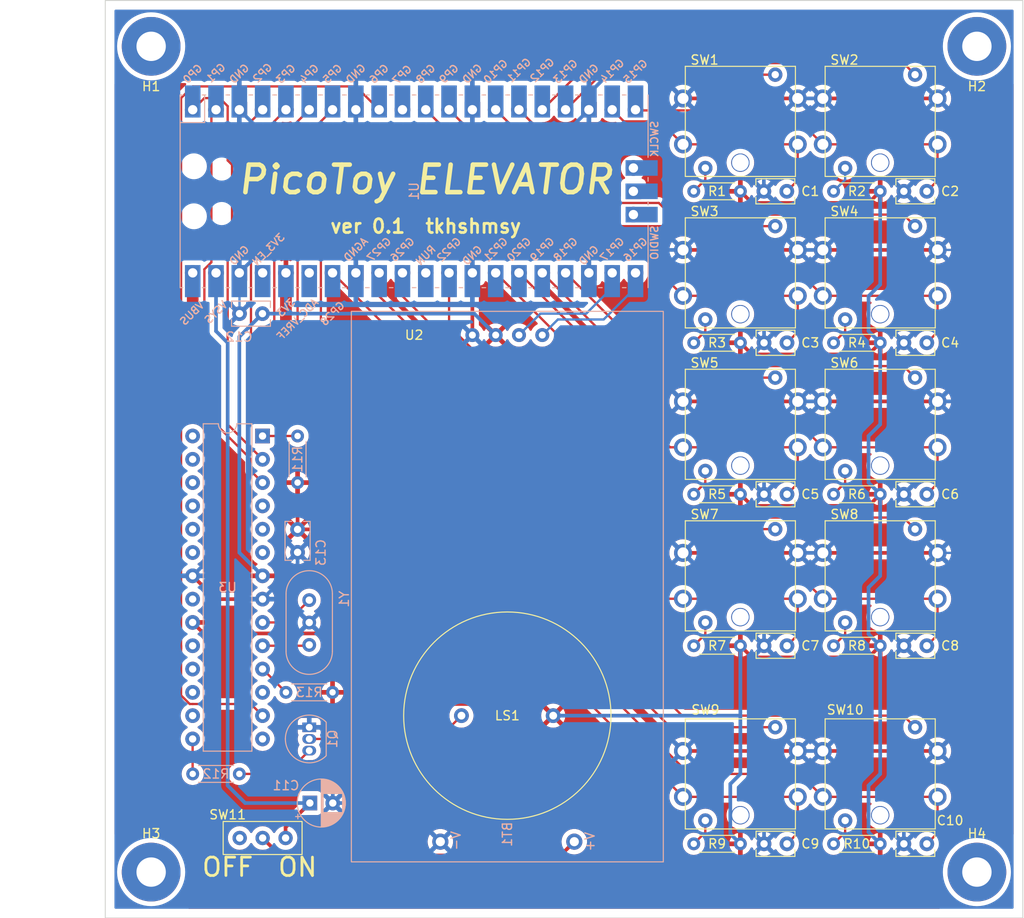
<source format=kicad_pcb>
(kicad_pcb (version 20211014) (generator pcbnew)
  (layers (0 "F.Cu" signal) (31 "B.Cu" signal) (34 "B.Paste" user) (35 "F.Paste" user) (36 "B.SilkS" user "B.Silkscreen") (37 "F.SilkS" user "F.Silkscreen") (38 "B.Mask" user) (39 "F.Mask" user) (44 "Edge.Cuts" user))
  (net 0 "")
  (net 1 "Net-(BT1-Pad1)")
  (net 2 "GND")
  (net 3 "/BTN1")
  (net 4 "/BTN2")
  (net 5 "/BTN3")
  (net 6 "/BTN4")
  (net 7 "/BTN5")
  (net 8 "/BTN6")
  (net 9 "/BTN7")
  (net 10 "/BTN8")
  (net 11 "/BTNA")
  (net 12 "/BTNB")
  (net 13 "/VIN")
  (net 14 "+3V3")
  (net 15 "Net-(LS1-Pad2)")
  (net 16 "Net-(Q1-Pad3)")
  (net 17 "Net-(R1-Pad1)")
  (net 18 "Net-(R2-Pad1)")
  (net 19 "Net-(R3-Pad1)")
  (net 20 "Net-(R4-Pad1)")
  (net 21 "Net-(R5-Pad1)")
  (net 22 "Net-(R6-Pad1)")
  (net 23 "Net-(R7-Pad1)")
  (net 24 "Net-(R8-Pad1)")
  (net 25 "Net-(R9-Pad1)")
  (net 26 "Net-(R10-Pad1)")
  (net 27 "Net-(R11-Pad1)")
  (net 28 "/AOUT")
  (net 29 "Net-(R13-Pad1)")
  (net 30 "/LED1")
  (net 31 "/LED2")
  (net 32 "/LED3")
  (net 33 "/LED4")
  (net 34 "/LED5")
  (net 35 "/LED6")
  (net 36 "/LED7")
  (net 37 "/LED8")
  (net 38 "/LEDA")
  (net 39 "/LEDB")
  (net 41 "/TX")
  (net 42 "/RX")
  (net 43 "/SDA")
  (net 44 "/SCL")
  (net 45 "/nPLAY")
  (net 57 "Net-(U3-Pad9)")
  (net 58 "Net-(U3-Pad10)")
  (footprint "Capacitor_THT:C_Rect_L4.0mm_W2.5mm_P2.50mm" (layer "F.Cu") (at 129.54 100.33 180)
    (fp_text reference "C8")
    (fp_text value "C_Small")
  )
  (footprint "Capacitor_THT:C_Rect_L4.0mm_W2.5mm_P2.50mm" (layer "F.Cu") (at 114.3 67.31 180)
    (fp_text reference "C3")
    (fp_text value "C_Small")
  )
  (footprint "pico-toy-elevator:SS-12D00G3" (layer "F.Cu") (at 57.15 121.285 180)
    (fp_text reference "SW11")
    (fp_text value "SW_Push_SPDT")
  )
  (footprint "Resistor_THT:R_Axial_DIN0204_L3.6mm_D1.6mm_P5.08mm_Horizontal" (layer "F.Cu") (at 119.38 67.31)
    (fp_text reference "R4")
    (fp_text value "R")
  )
  (footprint "Resistor_THT:R_Axial_DIN0204_L3.6mm_D1.6mm_P5.08mm_Horizontal" (layer "F.Cu") (at 104.14 100.33)
    (fp_text reference "R7")
    (fp_text value "R")
  )
  (footprint "pico-toy-elevator:ST12" (layer "F.Cu") (at 124.46 59.69)
    (fp_text reference "SW4")
    (fp_text value "ST12-Switch-with-LED")
  )
  (footprint "Resistor_THT:R_Axial_DIN0204_L3.6mm_D1.6mm_P5.08mm_Horizontal" (layer "F.Cu") (at 104.14 83.82)
    (fp_text reference "R5")
    (fp_text value "R")
  )
  (footprint "MountingHole:MountingHole_3.2mm_M3_Pad" (layer "F.Cu") (at 135 35)
    (fp_text reference "H2")
    (fp_text value "MountingHole")
  )
  (footprint "Resistor_THT:R_Axial_DIN0204_L3.6mm_D1.6mm_P5.08mm_Horizontal" (layer "F.Cu") (at 119.38 50.8)
    (fp_text reference "R2")
    (fp_text value "R")
  )
  (footprint "pico-toy-elevator:ST12" (layer "F.Cu") (at 124.46 114.3)
    (fp_text reference "SW10")
    (fp_text value "ST12-Switch-with-LED")
  )
  (footprint "pico-toy-elevator:ST12" (layer "F.Cu") (at 124.46 76.2)
    (fp_text reference "SW6")
    (fp_text value "ST12-Switch-with-LED")
  )
  (footprint "pico-toy-elevator:ST12" (layer "F.Cu") (at 109.22 92.71)
    (fp_text reference "SW7")
    (fp_text value "ST12-Switch-with-LED")
  )
  (footprint "Capacitor_THT:C_Rect_L4.0mm_W2.5mm_P2.50mm" (layer "F.Cu") (at 129.54 83.82 180)
    (fp_text reference "C6")
    (fp_text value "C_Small")
  )
  (footprint "Resistor_THT:R_Axial_DIN0204_L3.6mm_D1.6mm_P5.08mm_Horizontal" (layer "F.Cu") (at 119.38 100.33)
    (fp_text reference "R8")
    (fp_text value "R")
  )
  (footprint "pico-toy-elevator:OLED-0.96-I2C" (layer "F.Cu") (at 83.82 65.2)
    (fp_text reference "U2")
    (fp_text value "OLED-0.96-I2C")
  )
  (footprint "Resistor_THT:R_Axial_DIN0204_L3.6mm_D1.6mm_P5.08mm_Horizontal" (layer "F.Cu") (at 104.14 67.31)
    (fp_text reference "R3")
    (fp_text value "R")
  )
  (footprint "Capacitor_THT:C_Rect_L4.0mm_W2.5mm_P2.50mm" (layer "F.Cu") (at 114.3 100.33 180)
    (fp_text reference "C7")
    (fp_text value "C_Small")
  )
  (footprint "Capacitor_THT:C_Rect_L4.0mm_W2.5mm_P2.50mm" (layer "F.Cu") (at 114.3 121.92 180)
    (fp_text reference "C9")
    (fp_text value "C_Small")
  )
  (footprint "pico-toy-elevator:ST12" (layer "F.Cu") (at 109.22 43.18)
    (fp_text reference "SW1")
    (fp_text value "ST12-Switch-with-LED")
  )
  (footprint "pico-toy-elevator:ST12" (layer "F.Cu") (at 109.22 114.3)
    (fp_text reference "SW9")
    (fp_text value "ST12-Switch-with-LED")
  )
  (footprint "MountingHole:MountingHole_3.2mm_M3_Pad" (layer "F.Cu") (at 45 125)
    (fp_text reference "H3")
    (fp_text value "MountingHole")
  )
  (footprint "Resistor_THT:R_Axial_DIN0204_L3.6mm_D1.6mm_P5.08mm_Horizontal" (layer "F.Cu") (at 119.38 121.92)
    (fp_text reference "R10")
    (fp_text value "R")
  )
  (footprint "pico-toy-elevator:ST12" (layer "F.Cu") (at 124.46 92.71)
    (fp_text reference "SW8")
    (fp_text value "ST12-Switch-with-LED")
  )
  (footprint "Resistor_THT:R_Axial_DIN0204_L3.6mm_D1.6mm_P5.08mm_Horizontal" (layer "F.Cu") (at 104.14 50.8)
    (fp_text reference "R1")
    (fp_text value "R")
  )
  (footprint "pico-toy-elevator:ST12" (layer "F.Cu") (at 109.22 76.2)
    (fp_text reference "SW5")
    (fp_text value "ST12-Switch-with-LED")
  )
  (footprint "Capacitor_THT:C_Rect_L4.0mm_W2.5mm_P2.50mm" (layer "F.Cu") (at 114.3 83.82 180)
    (fp_text reference "C5")
    (fp_text value "C_Small")
  )
  (footprint "Capacitor_THT:C_Rect_L4.0mm_W2.5mm_P2.50mm" (layer "F.Cu") (at 129.54 67.31 180)
    (fp_text reference "C4")
    (fp_text value "C_Small")
  )
  (footprint "pico-toy-elevator:ST12" (layer "F.Cu") (at 109.22 59.69)
    (fp_text reference "SW3")
    (fp_text value "ST12-Switch-with-LED")
  )
  (footprint "MountingHole:MountingHole_3.2mm_M3_Pad" (layer "F.Cu") (at 135 125)
    (fp_text reference "H4")
    (fp_text value "MountingHole")
  )
  (footprint "Resistor_THT:R_Axial_DIN0204_L3.6mm_D1.6mm_P5.08mm_Horizontal" (layer "F.Cu") (at 119.38 83.82)
    (fp_text reference "R6")
    (fp_text value "R")
  )
  (footprint "pico-toy-elevator:ST12" (layer "F.Cu") (at 124.46 43.18)
    (fp_text reference "SW2")
    (fp_text value "ST12-Switch-with-LED")
  )
  (footprint "Capacitor_THT:C_Rect_L4.0mm_W2.5mm_P2.50mm" (layer "F.Cu") (at 129.54 121.92 180)
    (fp_text reference "C10")
    (fp_text value "C_Small")
  )
  (footprint "pico-toy-elevator:UGSM23A" (layer "F.Cu") (at 83.82 107.95)
    (fp_text reference "LS1")
    (fp_text value "Speaker")
  )
  (footprint "Resistor_THT:R_Axial_DIN0204_L3.6mm_D1.6mm_P5.08mm_Horizontal" (layer "F.Cu") (at 104.14 121.92)
    (fp_text reference "R9")
    (fp_text value "R")
  )
  (footprint "Capacitor_THT:C_Rect_L4.0mm_W2.5mm_P2.50mm" (layer "F.Cu") (at 114.28 50.8 180)
    (fp_text reference "C1")
    (fp_text value "C_Small")
  )
  (footprint "MountingHole:MountingHole_3.2mm_M3_Pad" (layer "F.Cu") (at 45 35)
    (fp_text reference "H1")
    (fp_text value "MountingHole")
  )
  (footprint "Capacitor_THT:C_Rect_L4.0mm_W2.5mm_P2.50mm" (layer "F.Cu") (at 129.54 50.8 180)
    (fp_text reference "C2")
    (fp_text value "C_Small")
  )
  (footprint "Crystal:Crystal_HC49-U-3Pin_Vertical" (layer "B.Cu") (at 62.23 100.24 90)
    (fp_text reference "Y1")
    (fp_text value "Resonator_Small")
  )
  (footprint "Resistor_THT:R_Axial_DIN0204_L3.6mm_D1.6mm_P5.08mm_Horizontal" (layer "B.Cu") (at 49.53 114.3)
    (fp_text reference "R12")
    (fp_text value "R")
  )
  (footprint "Resistor_THT:R_Axial_DIN0204_L3.6mm_D1.6mm_P5.08mm_Horizontal" (layer "B.Cu") (at 59.69 105.41)
    (fp_text reference "R13")
    (fp_text value "R")
  )
  (footprint "Package_TO_SOT_THT:TO-92_Inline" (layer "B.Cu") (at 62.23 109.22 -90)
    (fp_text reference "Q1")
    (fp_text value "2SC1815")
  )
  (footprint "Capacitor_THT:C_Rect_L4.0mm_W2.5mm_P2.50mm" (layer "B.Cu") (at 60.96 87.65 -90)
    (fp_text reference "C13")
    (fp_text value "C_Small")
  )
  (footprint "Capacitor_THT:CP_Radial_D5.0mm_P2.50mm" (layer "B.Cu") (at 62.294888 117.475)
    (fp_text reference "C11")
    (fp_text value "C_Polarized")
  )
  (footprint "Package_DIP:DIP-28_W7.62mm" (layer "B.Cu") (at 57.14 77.47 180)
    (fp_text reference "U3")
    (fp_text value "ATmega328-P")
  )
  (footprint "pico-toy-elevator:BH-321-2P24" (layer "B.Cu") (at 83.82 123.885 90)
    (fp_text reference "BT1")
    (fp_text value "Battery_Cell")
  )
  (footprint "RPi_Pico:RPi_Pico_SMD_TH" (layer "B.Cu") (at 73.66 50.8 -90)
    (fp_text reference "U1")
    (fp_text value "Pico")
  )
  (footprint "Resistor_THT:R_Axial_DIN0204_L3.6mm_D1.6mm_P5.08mm_Horizontal" (layer "B.Cu") (at 60.96 77.47 -90)
    (fp_text reference "R11")
    (fp_text value "R")
  )
  (footprint "Capacitor_THT:C_Rect_L4.0mm_W2.5mm_P2.50mm" (layer "B.Cu") (at 57.13 64.135 180)
    (fp_text reference "C12")
    (fp_text value "C_Small")
  )
  (gr_rect (start 40 30) (end 140 130) (layer "Edge.Cuts") (width 0.1) (fill none))
  (gr_text "PicoToy ELEVATOR" (at 74.93 49.53) (layer "F.SilkS") (effects (font (size 3 3) (thickness 0.5) italic)))
  (gr_text "ver 0.1  tkhshmsy" (at 74.93 54.61) (layer "F.SilkS") (effects (font (size 1.5 1.5) (thickness 0.3))))
  (gr_text "ON" (at 60.96 124.46) (layer "F.SilkS") (effects (font (size 2 2) (thickness 0.3))))
  (gr_text "OFF" (at 53.34 124.46) (layer "F.SilkS") (effects (font (size 2 2) (thickness 0.3))))
  (segment (start 57.15 121.285) (end 59.055 123.19) (width 0.4) (layer "F.Cu") (net 1))
  (segment (start 89.615 123.19) (end 91.12 121.685) (width 0.4) (layer "F.Cu") (net 1))
  (segment (start 59.055 123.19) (end 89.615 123.19) (width 0.4) (layer "F.Cu") (net 1))
  (segment (start 118.21 57.19) (end 130.71 57.19) (width 0.4) (layer "F.Cu") (net 2))
  (segment (start 102.97 90.21) (end 115.47 90.21) (width 0.4) (layer "F.Cu") (net 2))
  (segment (start 118.21 90.21) (end 130.71 90.21) (width 0.4) (layer "F.Cu") (net 2))
  (segment (start 102.97 73.7) (end 115.47 73.7) (width 0.4) (layer "F.Cu") (net 2))
  (segment (start 102.97 57.19) (end 115.47 57.19) (width 0.4) (layer "F.Cu") (net 2))
  (segment (start 118.21 111.8) (end 130.71 111.8) (width 0.4) (layer "F.Cu") (net 2))
  (segment (start 102.97 40.68) (end 115.47 40.68) (width 0.4) (layer "F.Cu") (net 2))
  (segment (start 52.06 95.25) (end 57.14 95.25) (width 0.4) (layer "F.Cu") (net 2))
  (segment (start 49.52 92.71) (end 52.06 95.25) (width 0.4) (layer "F.Cu") (net 2))
  (segment (start 102.97 111.8) (end 115.47 111.8) (width 0.4) (layer "F.Cu") (net 2))
  (segment (start 118.21 40.68) (end 130.71 40.68) (width 0.4) (layer "F.Cu") (net 2))
  (segment (start 130.71 73.7) (end 118.21 73.7) (width 0.4) (layer "F.Cu") (net 2))
  (segment (start 80.01 59.69) (end 80.01 66.47) (width 0.4) (layer "F.Cu") (net 2))
  (segment (start 57.15 57.15) (end 54.61 59.69) (width 0.4) (layer "B.Cu") (net 2))
  (segment (start 118.21 73.7) (end 115.47 73.7) (width 0.4) (layer "B.Cu") (net 2))
  (segment (start 48.26 57.15) (end 57.15 57.15) (width 0.4) (layer "B.Cu") (net 2))
  (segment (start 46.99 63.5) (end 46.99 58.42) (width 0.4) (layer "B.Cu") (net 2))
  (segment (start 64.794888 110.634888) (end 64.794888 117.475) (width 0.4) (layer "B.Cu") (net 2))
  (segment (start 133.35 73.66) (end 133.35 86.36) (width 0.4) (layer "B.Cu") (net 2))
  (segment (start 97.79 38.1) (end 94.760978 38.1) (width 0.4) (layer "B.Cu") (net 2))
  (segment (start 57.15 44.45) (end 90.17 44.45) (width 0.4) (layer "B.Cu") (net 2))
  (segment (start 62.23 109.22) (end 63.38 109.22) (width 0.4) (layer "B.Cu") (net 2))
  (segment (start 64.76 100.33) (end 62.23 97.8) (width 0.4) (layer "B.Cu") (net 2))
  (segment (start 133.35 109.16) (end 133.35 102.87) (width 0.4) (layer "B.Cu") (net 2))
  (segment (start 100.39 38.1) (end 97.79 38.1) (width 0.4) (layer "B.Cu") (net 2))
  (segment (start 111.8 77.37) (end 111.8 83.82) (width 0.4) (layer "B.Cu") (net 2))
  (segment (start 52.07 90.17) (end 52.07 68.58) (width 0.4) (layer "B.Cu") (net 2))
  (segment (start 59.68 95.25) (end 62.23 97.8) (width 0.4) (layer "B.Cu") (net 2))
  (segment (start 115.47 40.68) (end 118.21 40.68) (width 0.4) (layer "B.Cu") (net 2))
  (segment (start 52.07 68.58) (end 46.99 63.5) (width 0.4) (layer "B.Cu") (net 2))
  (segment (start 92.75 57.19) (end 102.97 57.19) (width 0.4) (layer "B.Cu") (net 2))
  (segment (start 64.794888 117.475) (end 72.31 117.475) (width 0.4) (layer "B.Cu") (net 2))
  (segment (start 63.38 109.22) (end 64.794888 110.634888) (width 0.4) (layer "B.Cu") (net 2))
  (segment (start 130.71 111.8) (end 133.35 109.16) (width 0.4) (layer "B.Cu") (net 2))
  (segment (start 130.71 40.68) (end 133.35 43.32) (width 0.4) (layer "B.Cu") (net 2))
  (segment (start 115.47 73.7) (end 111.8 77.37) (width 0.4) (layer "B.Cu") (net 2))
  (segment (start 111.8 100.33) (end 111.8 93.88) (width 0.4) (layer "B.Cu") (net 2))
  (segment (start 60.96 91.43) (end 60.96 90.15) (width 0.4) (layer "B.Cu") (net 2))
  (segment (start 133.35 57.15) (end 133.35 73.66) (width 0.4) (layer "B.Cu") (net 2))
  (segment (start 62.23 109.22) (end 62.23 104.14) (width 0.4) (layer "B.Cu") (net 2))
  (segment (start 115.47 40.68) (end 111.78 44.37) (width 0.4) (layer "B.Cu") (net 2))
  (segment (start 92.71 40.150978) (end 92.71 41.91) (width 0.4) (layer "B.Cu") (net 2))
  (segment (start 111.8 115.47) (end 115.47 111.8) (width 0.4) (layer "B.Cu") (net 2))
  (segment (start 127.04 115.47) (end 130.71 111.8) (width 0.4) (layer "B.Cu") (net 2))
  (segment (start 67.31 59.69) (end 67.31 57.15) (width 0.4) (layer "B.Cu") (net 2))
  (segment (start 62.23 104.14) (end 64.77 101.6) (width 0.4) (layer "B.Cu") (net 2))
  (segment (start 133.31 73.7) (end 133.35 73.66) (width 0.4) (layer "B.Cu") (net 2))
  (segment (start 54.61 41.91) (end 57.15 44.45) (width 0.4) (layer "B.Cu") (net 2))
  (segment (start 130.71 90.21) (end 133.31 90.21) (width 0.25) (layer "B.Cu") (net 2))
  (segment (start 130.71 73.7) (end 133.31 73.7) (width 0.4) (layer "B.Cu") (net 2))
  (segment (start 129.58 86.36) (end 133.35 86.36) (width 0.4) (layer "B.Cu") (net 2))
  (segment (start 64.77 101.6) (end 64.77 100.33) (width 0.4) (layer "B.Cu") (net 2))
  (segment (start 92.71 57.15) (end 69.85 57.15) (width 0.4) (layer "B.Cu") (net 2))
  (segment (start 130.71 57.19) (end 133.31 57.19) (width 0.25) (layer "B.Cu") (net 2))
  (segment (start 54.61 59.69) (end 54.63 59.71) (width 0.25) (layer "B.Cu") (net 2))
  (segment (start 92.71 57.15) (end 92.75 57.19) (width 0.4) (layer "B.Cu") (net 2))
  (segment (start 115.47 90.21) (end 118.21 90.21) (width 0.4) (layer "B.Cu") (net 2))
  (segment (start 72.31 117.475) (end 76.52 121.685) (width 0.4) (layer "B.Cu") (net 2))
  (segment (start 57.14 95.25) (end 60.96 91.43) (width 0.4) (layer "B.Cu") (net 2))
  (segment (start 54.63 59.71) (end 54.63 64.135) (width 0.25) (layer "B.Cu") (net 2))
  (segment (start 127.04 121.92) (end 127.04 115.47) (width 0.4) (layer "B.Cu") (net 2))
  (segment (start 133.35 43.32) (end 133.35 57.15) (width 0.4) (layer "B.Cu") (net 2))
  (segment (start 80.01 59.69) (end 80.01 57.15) (width 0.4) (layer "B.Cu") (net 2))
  (segment (start 46.99 58.42) (end 48.26 57.15) (width 0.4) (layer "B.Cu") (net 2))
  (segment (start 94.760978 38.1) (end 92.71 40.150978) (width 0.4) (layer "B.Cu") (net 2))
  (segment (start 115.47 57.19) (end 118.21 57.19) (width 0.4) (layer "B.Cu") (net 2))
  (segment (start 102.97 40.68) (end 100.39 38.1) (width 0.4) (layer "B.Cu") (net 2))
  (segment (start 129.58 102.87) (end 133.35 102.87) (width 0.4) (layer "B.Cu") (net 2))
  (segment (start 111.8 67.31) (end 111.8 60.86) (width 0.4) (layer "B.Cu") (net 2))
  (segment (start 127.04 50.8) (end 129.58 53.34) (width 0.4) (layer "B.Cu") (net 2))
  (segment (start 111.78 44.37) (end 111.78 50.8) (width 0.4) (layer "B.Cu") (net 2))
  (segment (start 127.04 100.33) (end 129.58 102.87) (width 0.4) (layer "B.Cu") (net 2))
  (segment (start 80.01 41.91) (end 80.01 44.45) (width 0.4) (layer "B.Cu") (net 2))
  (segment (start 133.35 90.17) (end 133.35 86.36) (width 0.4) (layer "B.Cu") (net 2))
  (segment (start 64.77 100.33) (end 64.76 100.33) (width 0.4) (layer "B.Cu") (net 2))
  (segment (start 115.47 111.8) (end 118.21 111.8) (width 0.4) (layer "B.Cu") (net 2))
  (segment (start 92.71 59.69) (end 92.71 57.15) (width 0.4) (layer "B.Cu") (net 2))
  (segment (start 133.31 90.21) (end 133.35 90.17) (width 0.25) (layer "B.Cu") (net 2))
  (segment (start 111.8 121.92) (end 111.8 115.47) (width 0.4) (layer "B.Cu") (net 2))
  (segment (start 52.06 90.17) (end 52.07 90.17) (width 0.4) (layer "B.Cu") (net 2))
  (segment (start 129.58 69.85) (end 133.35 69.85) (width 0.4) (layer "B.Cu") (net 2))
  (segment (start 69.85 57.15) (end 57.15 57.15) (width 0.4) (layer "B.Cu") (net 2))
  (segment (start 133.31 57.19) (end 133.35 57.15) (width 0.25) (layer "B.Cu") (net 2))
  (segment (start 127.04 83.82) (end 129.58 86.36) (width 0.4) (layer "B.Cu") (net 2))
  (segment (start 111.8 93.88) (end 115.47 90.21) (width 0.4) (layer "B.Cu") (net 2))
  (segment (start 111.8 60.86) (end 115.47 57.19) (width 0.4) (layer "B.Cu") (net 2))
  (segment (start 49.52 92.71) (end 52.06 90.17) (width 0.4) (layer "B.Cu") (net 2))
  (segment (start 90.17 44.45) (end 92.71 41.91) (width 0.4) (layer "B.Cu") (net 2))
  (segment (start 127.04 67.31) (end 129.58 69.85) (width 0.4) (layer "B.Cu") (net 2))
  (segment (start 133.35 102.87) (end 133.35 90.17) (width 0.4) (layer "B.Cu") (net 2))
  (segment (start 57.14 95.25) (end 59.68 95.25) (width 0.4) (layer "B.Cu") (net 2))
  (segment (start 67.31 41.91) (end 67.31 44.45) (width 0.4) (layer "B.Cu") (net 2))
  (segment (start 129.58 53.34) (end 133.35 53.34) (width 0.4) (layer "B.Cu") (net 2))
  (segment (start 115.47 45.68) (end 115.47 49.61) (width 0.25) (layer "F.Cu") (net 3))
  (segment (start 100.47 43.18) (end 102.97 45.68) (width 0.25) (layer "F.Cu") (net 3))
  (segment (start 96.52 43.18) (end 100.47 43.18) (width 0.25) (layer "F.Cu") (net 3))
  (segment (start 102.97 45.68) (end 115.47 45.68) (width 0.25) (layer "F.Cu") (net 3))
  (segment (start 115.47 49.61) (end 114.28 50.8) (width 0.25) (layer "F.Cu") (net 3))
  (segment (start 95.25 41.91) (end 96.52 43.18) (width 0.25) (layer "F.Cu") (net 3))
  (segment (start 97.79 41.91) (end 97.865511 41.985511) (width 0.25) (layer "F.Cu") (net 4))
  (segment (start 130.71 45.68) (end 130.71 49.63) (width 0.25) (layer "F.Cu") (net 4))
  (segment (start 130.71 49.63) (end 129.54 50.8) (width 0.25) (layer "F.Cu") (net 4))
  (segment (start 118.21 45.68) (end 130.71 45.68) (width 0.25) (layer "F.Cu") (net 4))
  (segment (start 114.515511 41.985511) (end 118.21 45.68) (width 0.25) (layer "F.Cu") (net 4))
  (segment (start 97.865511 41.985511) (end 114.515511 41.985511) (width 0.25) (layer "F.Cu") (net 4))
  (segment (start 102.97 62.19) (end 115.47 62.19) (width 0.25) (layer "F.Cu") (net 5))
  (segment (start 74.93 41.91) (end 90.17 57.15) (width 0.25) (layer "F.Cu") (net 5))
  (segment (start 115.47 66.14) (end 114.3 67.31) (width 0.25) (layer "F.Cu") (net 5))
  (segment (start 115.47 62.19) (end 115.47 66.14) (width 0.25) (layer "F.Cu") (net 5))
  (segment (start 97.93 57.15) (end 102.97 62.19) (width 0.25) (layer "F.Cu") (net 5))
  (segment (start 90.17 57.15) (end 97.93 57.15) (width 0.25) (layer "F.Cu") (net 5))
  (segment (start 99.06 55.88) (end 91.44 55.88) (width 0.25) (layer "F.Cu") (net 6))
  (segment (start 118.21 62.19) (end 115.71 59.69) (width 0.25) (layer "F.Cu") (net 6))
  (segment (start 130.71 66.14) (end 129.54 67.31) (width 0.25) (layer "F.Cu") (net 6))
  (segment (start 118.21 62.19) (end 130.71 62.19) (width 0.25) (layer "F.Cu") (net 6))
  (segment (start 130.71 62.19) (end 130.71 66.14) (width 0.25) (layer "F.Cu") (net 6))
  (segment (start 102.87 59.69) (end 99.06 55.88) (width 0.25) (layer "F.Cu") (net 6))
  (segment (start 115.71 59.69) (end 102.87 59.69) (width 0.25) (layer "F.Cu") (net 6))
  (segment (start 91.44 55.88) (end 77.47 41.91) (width 0.25) (layer "F.Cu") (net 6))
  (segment (start 102.97 78.7) (end 115.47 78.7) (width 0.25) (layer "F.Cu") (net 7))
  (segment (start 101.56 78.7) (end 102.97 78.7) (width 0.25) (layer "F.Cu") (net 7))
  (segment (start 115.47 78.7) (end 115.47 82.65) (width 0.25) (layer "F.Cu") (net 7))
  (segment (start 82.55 59.69) (end 101.56 78.7) (width 0.25) (layer "F.Cu") (net 7))
  (segment (start 115.47 82.65) (end 114.3 83.82) (width 0.25) (layer "F.Cu") (net 7))
  (segment (start 115.71 76.2) (end 115.57 76.2) (width 0.25) (layer "F.Cu") (net 8))
  (segment (start 115.57 76.2) (end 101.6 76.2) (width 0.25) (layer "F.Cu") (net 8))
  (segment (start 130.71 82.65) (end 129.54 83.82) (width 0.25) (layer "F.Cu") (net 8))
  (segment (start 118.21 78.7) (end 115.71 76.2) (width 0.25) (layer "F.Cu") (net 8))
  (segment (start 85.09 59.69) (end 101.6 76.2) (width 0.25) (layer "F.Cu") (net 8))
  (segment (start 130.71 78.7) (end 130.71 82.65) (width 0.25) (layer "F.Cu") (net 8))
  (segment (start 118.21 78.7) (end 130.71 78.7) (width 0.25) (layer "F.Cu") (net 8))
  (segment (start 100.29 95.21) (end 102.97 95.21) (width 0.25) (layer "F.Cu") (net 9))
  (segment (start 64.77 59.69) (end 100.29 95.21) (width 0.25) (layer "F.Cu") (net 9))
  (segment (start 115.47 95.21) (end 115.47 99.16) (width 0.25) (layer "F.Cu") (net 9))
  (segment (start 102.97 95.21) (end 115.47 95.21) (width 0.25) (layer "F.Cu") (net 9))
  (segment (start 115.47 99.16) (end 114.3 100.33) (width 0.25) (layer "F.Cu") (net 9))
  (segment (start 69.85 62.23) (end 100.33 92.71) (width 0.25) (layer "F.Cu") (net 10))
  (segment (start 100.33 92.71) (end 115.71 92.71) (width 0.25) (layer "F.Cu") (net 10))
  (segment (start 115.71 92.71) (end 118.21 95.21) (width 0.25) (layer "F.Cu") (net 10))
  (segment (start 130.71 99.16) (end 129.54 100.33) (width 0.25) (layer "F.Cu") (net 10))
  (segment (start 130.71 95.21) (end 130.71 99.16) (width 0.25) (layer "F.Cu") (net 10))
  (segment (start 69.85 59.69) (end 69.85 62.23) (width 0.25) (layer "F.Cu") (net 10))
  (segment (start 118.21 95.21) (end 130.71 95.21) (width 0.25) (layer "F.Cu") (net 10))
  (segment (start 102.97 116.8) (end 115.47 116.8) (width 0.25) (layer "F.Cu") (net 11))
  (segment (start 115.47 116.8) (end 115.47 120.75) (width 0.25) (layer "F.Cu") (net 11))
  (segment (start 55.88 69.71) (end 102.97 116.8) (width 0.25) (layer "F.Cu") (net 11))
  (segment (start 57.15 41.91) (end 55.88 43.18) (width 0.25) (layer "F.Cu") (net 11))
  (segment (start 115.47 120.75) (end 114.3 121.92) (width 0.25) (layer "F.Cu") (net 11))
  (segment (start 55.88 43.18) (end 55.88 69.71) (width 0.25) (layer "F.Cu") (net 11))
  (segment (start 130.71 116.8) (end 130.71 120.75) (width 0.25) (layer "F.Cu") (net 12))
  (segment (start 103.623728 114.3) (end 115.71 114.3) (width 0.25) (layer "F.Cu") (net 12))
  (segment (start 58.42 43.18) (end 58.42 69.096272) (width 0.25) (layer "F.Cu") (net 12))
  (segment (start 118.21 116.8) (end 130.71 116.8) (width 0.25) (layer "F.Cu") (net 12))
  (segment (start 59.69 41.91) (end 58.42 43.18) (width 0.25) (layer "F.Cu") (net 12))
  (segment (start 58.42 69.096272) (end 103.623728 114.3) (width 0.25) (layer "F.Cu") (net 12))
  (segment (start 130.71 120.75) (end 129.54 121.92) (width 0.25) (layer "F.Cu") (net 12))
  (segment (start 115.71 114.3) (end 118.21 116.8) (width 0.25) (layer "F.Cu") (net 12))
  (segment (start 59.65 120.119888) (end 59.65 121.285) (width 0.4) (layer "F.Cu") (net 13))
  (segment (start 62.294888 117.475) (end 59.65 120.119888) (width 0.4) (layer "F.Cu") (net 13))
  (segment (start 52.07 59.69) (end 52.07 66.04) (width 0.4) (layer "B.Cu") (net 13))
  (segment (start 53.34 115.57) (end 55.245 117.475) (width 0.4) (layer "B.Cu") (net 13))
  (segment (start 53.34 67.31) (end 53.34 115.57) (width 0.4) (layer "B.Cu") (net 13))
  (segment (start 52.07 66.04) (end 53.34 67.31) (width 0.4) (layer "B.Cu") (net 13))
  (segment (start 55.245 117.475) (end 62.294888 117.475) (width 0.4) (layer "B.Cu") (net 13))
  (segment (start 66.04 88.9) (end 66.04 97.79) (width 0.4) (layer "F.Cu") (net 14))
  (segment (start 123.19 101.6) (end 124.46 100.33) (width 0.4) (layer "F.Cu") (net 14))
  (segment (start 110.49 85.09) (end 123.19 85.09) (width 0.4) (layer "F.Cu") (net 14))
  (segment (start 49.52 97.79) (end 50.719511 98.989511) (width 0.4) (layer "F.Cu") (net 14))
  (segment (start 50.719511 98.989511) (end 64.840489 98.989511) (width 0.4) (layer "F.Cu") (net 14))
  (segment (start 87.55 106.68) (end 88.82 107.95) (width 0.4) (layer "F.Cu") (net 14))
  (segment (start 66.04 97.79) (end 74.93 106.68) (width 0.4) (layer "F.Cu") (net 14))
  (segment (start 109.22 83.82) (end 110.49 85.09) (width 0.4) (layer "F.Cu") (net 14))
  (segment (start 64.77 105.41) (end 64.77 99.06) (width 0.4) (layer "F.Cu") (net 14))
  (segment (start 123.19 52.07) (end 124.46 50.8) (width 0.4) (layer "F.Cu") (net 14))
  (segment (start 110.49 52.07) (end 123.19 52.07) (width 0.4) (layer "F.Cu") (net 14))
  (segment (start 64.79 87.65) (end 66.04 88.9) (width 0.4) (layer "F.Cu") (net 14))
  (segment (start 110.49 101.6) (end 123.19 101.6) (width 0.4) (layer "F.Cu") (net 14))
  (segment (start 60.96 87.65) (end 64.79 87.65) (width 0.4) (layer "F.Cu") (net 14))
  (segment (start 110.49 68.58) (end 123.19 68.58) (width 0.4) (layer "F.Cu") (net 14))
  (segment (start 123.19 68.58) (end 124.46 67.31) (width 0.4) (layer "F.Cu") (net 14))
  (segment (start 57.14 92.71) (end 60.96 92.71) (width 0.4) (layer "F.Cu") (net 14))
  (segment (start 74.93 106.68) (end 87.55 106.68) (width 0.4) (layer "F.Cu") (net 14))
  (segment (start 60.96 82.55) (end 60.96 87.65) (width 0.4) (layer "F.Cu") (net 14))
  (segment (start 123.19 85.09) (end 124.46 83.82) (width 0.4) (layer "F.Cu") (net 14))
  (segment (start 109.22 50.8) (end 110.49 52.07) (width 0.4) (layer "F.Cu") (net 14))
  (segment (start 64.840489 98.989511) (end 66.04 97.79) (width 0.4) (layer "F.Cu") (net 14))
  (segment (start 60.96 92.71) (end 66.04 92.71) (width 0.4) (layer "F.Cu") (net 14))
  (segment (start 109.22 67.31) (end 110.49 68.58) (width 0.4) (layer "F.Cu") (net 14))
  (segment (start 109.22 100.33) (end 110.49 101.6) (width 0.4) (layer "F.Cu") (net 14))
  (segment (start 80.215 64.135) (end 82.55 66.47) (width 0.4) (layer "B.Cu") (net 14))
  (segment (start 123.19 115.57) (end 123.19 120.65) (width 0.4) (layer "B.Cu") (net 14))
  (segment (start 54.61 66.655) (end 54.61 90.18) (width 0.4) (layer "B.Cu") (net 14))
  (segment (start 60.325 64.135) (end 80.215 64.135) (width 0.4) (layer "B.Cu") (net 14))
  (segment (start 59.69 59.69) (end 59.69 63.5) (width 0.4) (layer "B.Cu") (net 14))
  (segment (start 123.19 99.06) (end 124.46 100.33) (width 0.4) (layer "B.Cu") (net 14))
  (segment (start 109.22 100.33) (end 109.22 107.95) (width 0.4) (layer "B.Cu") (net 14))
  (segment (start 109.22 107.95) (end 109.22 114.3) (width 0.4) (layer "B.Cu") (net 14))
  (segment (start 124.46 67.31) (end 124.46 76.2) (width 0.4) (layer "B.Cu") (net 14))
  (segment (start 123.19 82.55) (end 124.46 83.82) (width 0.4) (layer "B.Cu") (net 14))
  (segment (start 123.19 66.04) (end 124.46 67.31) (width 0.4) (layer "B.Cu") (net 14))
  (segment (start 124.46 50.8) (end 124.46 60.96) (width 0.4) (layer "B.Cu") (net 14))
  (segment (start 124.46 76.2) (end 123.19 77.47) (width 0.4) (layer "B.Cu") (net 14))
  (segment (start 124.46 83.82) (end 124.46 92.71) (width 0.4) (layer "B.Cu") (net 14))
  (segment (start 123.19 62.23) (end 123.19 66.04) (width 0.4) (layer "B.Cu") (net 14))
  (segment (start 124.46 92.71) (end 123.19 93.98) (width 0.4) (layer "B.Cu") (net 14))
  (segment (start 123.19 120.65) (end 124.46 121.92) (width 0.4) (layer "B.Cu") (net 14))
  (segment (start 124.46 114.3) (end 123.19 115.57) (width 0.4) (layer "B.Cu") (net 14))
  (segment (start 54.61 90.18) (end 57.14 92.71) (width 0.4) (layer "B.Cu") (net 14))
  (segment (start 124.46 100.33) (end 124.46 114.3) (width 0.4) (layer "B.Cu") (net 14))
  (segment (start 108.122445 120.822445) (end 109.22 121.92) (width 0.4) (layer "B.Cu") (net 14))
  (segment (start 108.122445 115.397555) (end 108.122445 120.822445) (width 0.4) (layer "B.Cu") (net 14))
  (segment (start 123.19 77.47) (end 123.19 82.55) (width 0.4) (layer "B.Cu") (net 14))
  (segment (start 57.13 64.135) (end 60.325 64.135) (width 0.4) (layer "B.Cu") (net 14))
  (segment (start 59.69 63.5) (end 60.325 64.135) (width 0.4) (layer "B.Cu") (net 14))
  (segment (start 88.82 107.95) (end 109.22 107.95) (width 0.4) (layer "B.Cu") (net 14))
  (segment (start 123.19 93.98) (end 123.19 99.06) (width 0.4) (layer "B.Cu") (net 14))
  (segment (start 109.22 114.3) (end 108.122445 115.397555) (width 0.4) (layer "B.Cu") (net 14))
  (segment (start 124.46 60.96) (end 123.19 62.23) (width 0.4) (layer "B.Cu") (net 14))
  (segment (start 57.13 64.135) (end 54.61 66.655) (width 0.4) (layer "B.Cu") (net 14))
  (segment (start 62.23 110.49) (end 76.28 110.49) (width 0.25) (layer "F.Cu") (net 15))
  (segment (start 76.28 110.49) (end 78.82 107.95) (width 0.25) (layer "F.Cu") (net 15))
  (segment (start 59.69 114.3) (end 62.23 111.76) (width 0.25) (layer "F.Cu") (net 16))
  (segment (start 54.61 114.3) (end 59.69 114.3) (width 0.25) (layer "F.Cu") (net 16))
  (segment (start 105.4 48.26) (end 105.4 49.54) (width 0.25) (layer "F.Cu") (net 17))
  (segment (start 105.4 49.54) (end 104.14 50.8) (width 0.25) (layer "F.Cu") (net 17))
  (segment (start 120.64 49.54) (end 119.38 50.8) (width 0.25) (layer "B.Cu") (net 18))
  (segment (start 120.64 48.26) (end 120.64 49.54) (width 0.25) (layer "B.Cu") (net 18))
  (segment (start 105.4 66.05) (end 104.14 67.31) (width 0.25) (layer "F.Cu") (net 19))
  (segment (start 105.4 64.77) (end 105.4 66.05) (width 0.25) (layer "F.Cu") (net 19))
  (segment (start 120.64 64.77) (end 120.64 66.05) (width 0.25) (layer "F.Cu") (net 20))
  (segment (start 120.64 66.05) (end 119.38 67.31) (width 0.25) (layer "F.Cu") (net 20))
  (segment (start 105.4 82.56) (end 104.14 83.82) (width 0.25) (layer "F.Cu") (net 21))
  (segment (start 105.4 81.28) (end 105.4 82.56) (width 0.25) (layer "F.Cu") (net 21))
  (segment (start 120.64 81.28) (end 120.64 82.56) (width 0.25) (layer "F.Cu") (net 22))
  (segment (start 120.64 82.56) (end 119.38 83.82) (width 0.25) (layer "F.Cu") (net 22))
  (segment (start 105.4 99.07) (end 104.14 100.33) (width 0.25) (layer "F.Cu") (net 23))
  (segment (start 105.4 97.79) (end 105.4 99.07) (width 0.25) (layer "F.Cu") (net 23))
  (segment (start 120.64 97.79) (end 120.64 99.07) (width 0.25) (layer "F.Cu") (net 24))
  (segment (start 120.64 99.07) (end 119.38 100.33) (width 0.25) (layer "F.Cu") (net 24))
  (segment (start 105.4 120.66) (end 104.14 121.92) (width 0.25) (layer "F.Cu") (net 25))
  (segment (start 105.4 119.38) (end 105.4 120.66) (width 0.25) (layer "F.Cu") (net 25))
  (segment (start 120.64 119.38) (end 120.64 120.66) (width 0.25) (layer "F.Cu") (net 26))
  (segment (start 120.64 120.66) (end 119.38 121.92) (width 0.25) (layer "F.Cu") (net 26))
  (segment (start 57.14 77.47) (end 60.96 77.47) (width 0.25) (layer "F.Cu") (net 27))
  (segment (start 49.52 110.49) (end 49.52 114.29) (width 0.25) (layer "F.Cu") (net 28))
  (segment (start 49.52 114.29) (end 49.53 114.3) (width 0.25) (layer "F.Cu") (net 28))
  (segment (start 59.69 105.41) (end 57.15 102.87) (width 0.25) (layer "F.Cu") (net 29))
  (segment (start 57.15 102.87) (end 57.14 102.87) (width 0.25) (layer "F.Cu") (net 29))
  (segment (start 90.17 41.91) (end 93.99 38.09) (width 0.25) (layer "F.Cu") (net 30))
  (segment (start 93.99 38.09) (end 113.02 38.09) (width 0.25) (layer "F.Cu") (net 30))
  (segment (start 92.71 36.83) (end 127 36.83) (width 0.25) (layer "F.Cu") (net 31))
  (segment (start 127 36.83) (end 128.26 38.09) (width 0.25) (layer "F.Cu") (net 31))
  (segment (start 87.63 41.91) (end 92.71 36.83) (width 0.25) (layer "F.Cu") (net 31))
  (segment (start 95.24 54.6) (end 113.02 54.6) (width 0.25) (layer "F.Cu") (net 32))
  (segment (start 82.55 41.91) (end 95.24 54.6) (width 0.25) (layer "F.Cu") (net 32))
  (segment (start 101.6 53.34) (end 127 53.34) (width 0.25) (layer "F.Cu") (net 33))
  (segment (start 127 53.34) (end 128.26 54.6) (width 0.25) (layer "F.Cu") (net 33))
  (segment (start 100.33 52.07) (end 101.6 53.34) (width 0.25) (layer "F.Cu") (net 33))
  (segment (start 95.25 52.07) (end 100.33 52.07) (width 0.25) (layer "F.Cu") (net 33))
  (segment (start 85.09 41.91) (end 95.25 52.07) (width 0.25) (layer "F.Cu") (net 33))
  (segment (start 87.63 59.69) (end 99.05 71.11) (width 0.25) (layer "F.Cu") (net 34))
  (segment (start 99.05 71.11) (end 113.02 71.11) (width 0.25) (layer "F.Cu") (net 34))
  (segment (start 90.17 59.69) (end 100.33 69.85) (width 0.25) (layer "F.Cu") (net 35))
  (segment (start 127 69.85) (end 128.26 71.11) (width 0.25) (layer "F.Cu") (net 35))
  (segment (start 100.33 69.85) (end 127 69.85) (width 0.25) (layer "F.Cu") (net 35))
  (segment (start 81.28 71.12) (end 97.79 87.63) (width 0.25) (layer "F.Cu") (net 36))
  (segment (start 72.39 62.23) (end 81.28 71.12) (width 0.25) (layer "F.Cu") (net 36))
  (segment (start 97.79 87.63) (end 99.06 87.63) (width 0.25) (layer "F.Cu") (net 36))
  (segment (start 72.39 61.022278) (end 72.39 62.23) (width 0.25) (layer "F.Cu") (net 36))
  (segment (start 72.39 59.69) (end 72.39 61.022278) (width 0.25) (layer "F.Cu") (net 36))
  (segment (start 98.987722 87.62) (end 113.02 87.62) (width 0.25) (layer "F.Cu") (net 36))
  (segment (start 127 86.36) (end 128.26 87.62) (width 0.25) (layer "F.Cu") (net 37))
  (segment (start 98.36344 86.36) (end 127 86.36) (width 0.25) (layer "F.Cu") (net 37))
  (segment (start 77.47 59.69) (end 77.47 65.46656) (width 0.25) (layer "F.Cu") (net 37))
  (segment (start 77.47 65.46656) (end 98.36344 86.36) (width 0.25) (layer "F.Cu") (net 37))
  (segment (start 101.59 109.21) (end 113.02 109.21) (width 0.25) (layer "F.Cu") (net 38))
  (segment (start 60.96 68.58) (end 101.59 109.21) (width 0.25) (layer "F.Cu") (net 38))
  (segment (start 62.23 41.91) (end 60.96 43.18) (width 0.25) (layer "F.Cu") (net 38))
  (segment (start 60.96 43.18) (end 60.96 68.58) (width 0.25) (layer "F.Cu") (net 38))
  (segment (start 64.77 41.91) (end 63.5 43.18) (width 0.25) (layer "F.Cu") (net 39))
  (segment (start 127 107.95) (end 128.26 109.21) (width 0.25) (layer "F.Cu") (net 39))
  (segment (start 63.5 43.18) (end 63.5 68.58) (width 0.25) (layer "F.Cu") (net 39))
  (segment (start 63.5 68.58) (end 102.87 107.95) (width 0.25) (layer "F.Cu") (net 39))
  (segment (start 102.87 107.95) (end 127 107.95) (width 0.25) (layer "F.Cu") (net 39))
  (segment (start 53.34 76.21) (end 57.14 80.01) (width 0.25) (layer "F.Cu") (net 41))
  (segment (start 52.46101 40.64) (end 53.34 41.51899) (width 0.25) (layer "F.Cu") (net 41))
  (segment (start 53.34 41.51899) (end 53.34 47.434686) (width 0.25) (layer "F.Cu") (net 41))
  (segment (start 49.53 41.91) (end 50.8 40.64) (width 0.25) (layer "F.Cu") (net 41))
  (segment (start 53.814521 54.135479) (end 53.34 54.61) (width 0.25) (layer "F.Cu") (net 41))
  (segment (start 53.814521 47.909207) (end 53.814521 54.135479) (width 0.25) (layer "F.Cu") (net 41))
  (segment (start 53.34 54.61) (end 53.34 76.21) (width 0.25) (layer "F.Cu") (net 41))
  (segment (start 50.8 40.64) (end 52.46101 40.64) (width 0.25) (layer "F.Cu") (net 41))
  (segment (start 53.34 47.434686) (end 53.814521 47.909207) (width 0.25) (layer "F.Cu") (net 41))
  (segment (start 55.88 80.01) (end 50.8 74.93) (width 0.25) (layer "F.Cu") (net 42))
  (segment (start 51.565479 42.414521) (end 51.565479 58.533511) (width 0.25) (layer "F.Cu") (net 42))
  (segment (start 51.565479 58.533511) (end 50.8 59.29899) (width 0.25) (layer "F.Cu") (net 42))
  (segment (start 55.88 81.29) (end 55.88 80.01) (width 0.25) (layer "F.Cu") (net 42))
  (segment (start 50.8 59.29899) (end 50.8 74.93) (width 0.25) (layer "F.Cu") (net 42))
  (segment (start 57.14 82.55) (end 55.88 81.29) (width 0.25) (layer "F.Cu") (net 42))
  (segment (start 52.07 41.91) (end 51.565479 42.414521) (width 0.25) (layer "F.Cu") (net 42))
  (segment (start 89.33 64.77) (end 87.63 66.47) (width 0.25) (layer "B.Cu") (net 43))
  (segment (start 97.79 59.69) (end 97.79 61.299022) (width 0.25) (layer "B.Cu") (net 43))
  (segment (start 94.319022 64.77) (end 89.33 64.77) (width 0.25) (layer "B.Cu") (net 43))
  (segment (start 97.79 61.299022) (end 94.319022 64.77) (width 0.25) (layer "B.Cu") (net 43))
  (segment (start 92.414022 64.135) (end 87.425 64.135) (width 0.25) (layer "B.Cu") (net 44))
  (segment (start 95.25 59.69) (end 95.25 61.299022) (width 0.25) (layer "B.Cu") (net 44))
  (segment (start 87.425 64.135) (end 85.09 66.47) (width 0.25) (layer "B.Cu") (net 44))
  (segment (start 95.25 61.299022) (end 92.414022 64.135) (width 0.25) (layer "B.Cu") (net 44))
  (segment (start 48.26 105.7403) (end 48.26 100.33) (width 0.25) (layer "F.Cu") (net 45))
  (segment (start 57.14 107.95) (end 55.88 106.69) (width 0.25) (layer "F.Cu") (net 45))
  (segment (start 55.88 106.69) (end 55.88 106.68) (width 0.25) (layer "F.Cu") (net 45))
  (segment (start 49.53 39.37) (end 67.31 39.37) (width 0.25) (layer "F.Cu") (net 45))
  (segment (start 49.1997 106.68) (end 48.26 105.7403) (width 0.25) (layer "F.Cu") (net 45))
  (segment (start 55.88 106.68) (end 49.53 106.68) (width 0.25) (layer "F.Cu") (net 45))
  (segment (start 48.26 40.64) (end 49.53 39.37) (width 0.25) (layer "F.Cu") (net 45))
  (segment (start 48.26 100.6603) (end 48.26 40.64) (width 0.25) (layer "F.Cu") (net 45))
  (segment (start 49.53 106.68) (end 49.1997 106.68) (width 0.25) (layer "F.Cu") (net 45))
  (segment (start 67.31 39.37) (end 69.85 41.91) (width 0.25) (layer "F.Cu") (net 45))
  (segment (start 59.8 97.79) (end 62.23 95.36) (width 0.25) (layer "F.Cu") (net 57))
  (segment (start 57.14 97.79) (end 59.8 97.79) (width 0.25) (layer "F.Cu") (net 57))
  (segment (start 62.14 100.33) (end 62.23 100.24) (width 0.25) (layer "F.Cu") (net 58))
  (segment (start 57.14 100.33) (end 62.14 100.33) (width 0.25) (layer "F.Cu") (net 58))
  (zone (net 14) (net_name "+3V3") (layer "F.Cu") (connect_pads (clearance 0.508)) (min_thickness 0.254) (fill yes (thermal_gap 0.508) (thermal_bridge_width 0.508))
    (polygon (pts (xy 131 39) (xy 139 39) (xy 139 121) (xy 131 121) (xy 131 129) (xy 49 129) (xy 49 121) (xy 41 121) (xy 41 39) (xy 49 39) (xy 49 31) (xy 131 31)))
  )
  (zone (net 2) (net_name "GND") (layer "B.Cu") (connect_pads (clearance 0.508)) (min_thickness 0.254) (fill yes (thermal_gap 0.508) (thermal_bridge_width 0.508))
    (polygon (pts (xy 139 129) (xy 41 129) (xy 41 31) (xy 139 31)))
  )
)
</source>
